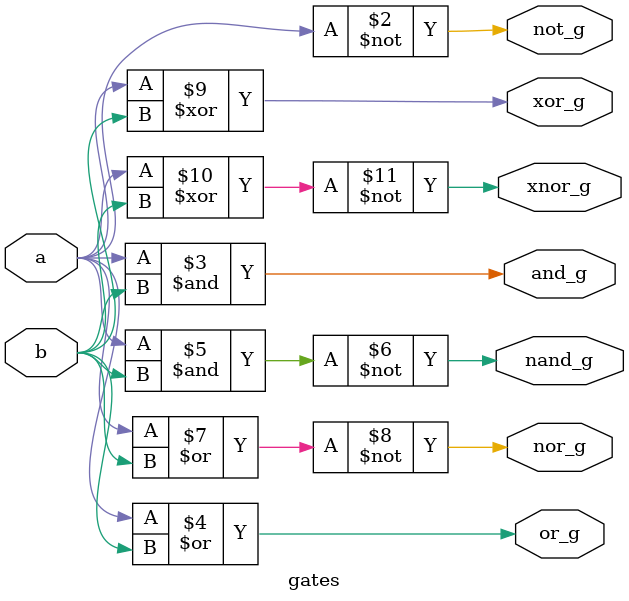
<source format=v>
module gates(input a,b,
             output reg not_g,output reg and_g,output reg or_g,output reg nand_g,output reg nor_g,output reg xor_g,output reg xnor_g);

     always@(*)
     begin
	     not_g=~a;
	     and_g=a&b;
	     or_g=a|b;
	     nand_g=~(a&b);
	     nor_g=~(a|b);
	     xor_g=a^b;
	     xnor_g=~(a^b);
     end
     endmodule

</source>
